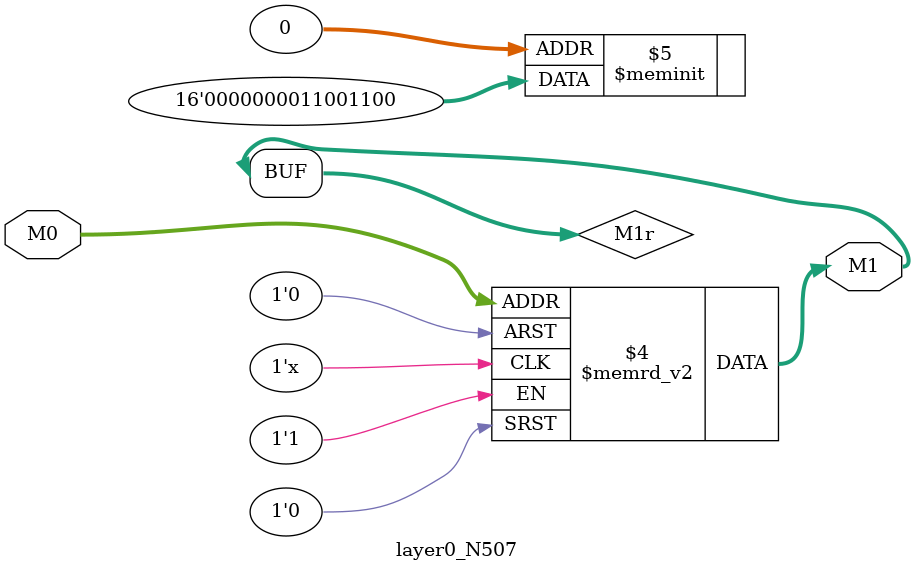
<source format=v>
module layer0_N507 ( input [2:0] M0, output [1:0] M1 );

	(*rom_style = "distributed" *) reg [1:0] M1r;
	assign M1 = M1r;
	always @ (M0) begin
		case (M0)
			3'b000: M1r = 2'b00;
			3'b100: M1r = 2'b00;
			3'b010: M1r = 2'b00;
			3'b110: M1r = 2'b00;
			3'b001: M1r = 2'b11;
			3'b101: M1r = 2'b00;
			3'b011: M1r = 2'b11;
			3'b111: M1r = 2'b00;

		endcase
	end
endmodule

</source>
